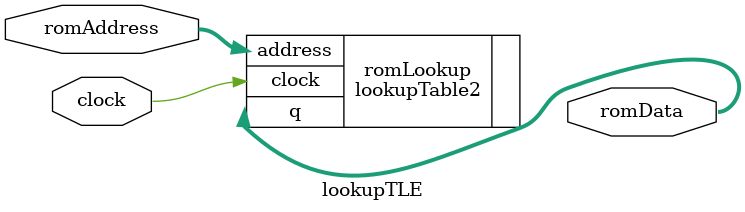
<source format=v>

module lookupTLE
(
	input  [10:0] 	romAddress, 	// 11‐bit ROM address
	input 			clock, 			//50MHz Reference Clock.
	output [7:0] 	romData	 		// 8‐bit ROM data output
);

	// Create an instance of the ROM IP Block.
	lookupTable2 romLookup 
	(
		.address (romAddress), 	// Address Bus (latched)
		.clock 	(clock), 		// System Clock
		.q			(romData) 		// Output data (latched).
	);
	
	

endmodule
</source>
